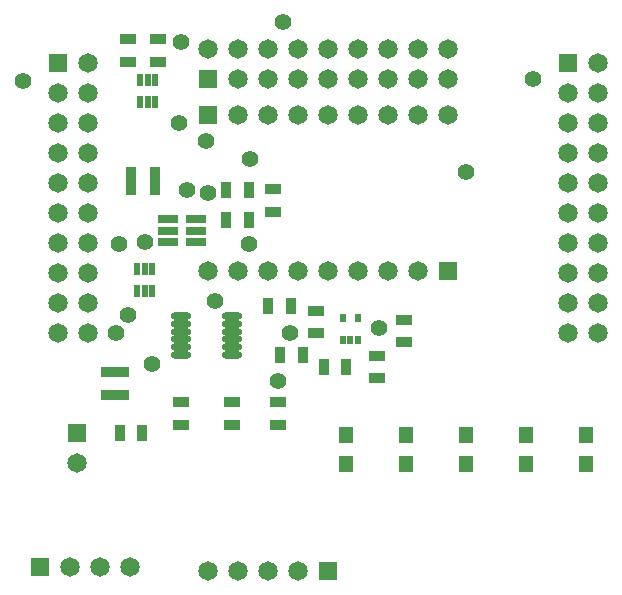
<source format=gts>
G04*
G04 #@! TF.GenerationSoftware,Altium Limited,Altium Designer,19.0.12 (326)*
G04*
G04 Layer_Color=8388736*
%FSLAX25Y25*%
%MOIN*%
G70*
G01*
G75*
%ADD25R,0.05709X0.03347*%
%ADD26R,0.09252X0.03740*%
%ADD27R,0.03347X0.05709*%
%ADD28R,0.04528X0.05709*%
%ADD29R,0.02165X0.02559*%
%ADD30R,0.02165X0.04213*%
%ADD31O,0.06890X0.02362*%
%ADD32R,0.06791X0.02791*%
%ADD33R,0.03740X0.09252*%
%ADD34C,0.06496*%
%ADD35R,0.06496X0.06496*%
%ADD36R,0.06496X0.06496*%
%ADD37C,0.05591*%
D25*
X48000Y181760D02*
D03*
Y189240D02*
D03*
X58000Y181760D02*
D03*
Y189240D02*
D03*
X140000Y95740D02*
D03*
Y88260D02*
D03*
X131000Y83740D02*
D03*
Y76260D02*
D03*
X98000Y60760D02*
D03*
Y68240D02*
D03*
X82465Y68240D02*
D03*
Y60760D02*
D03*
X65500Y60760D02*
D03*
Y68240D02*
D03*
X110638Y98740D02*
D03*
Y91260D02*
D03*
X96250Y139240D02*
D03*
Y131760D02*
D03*
D26*
X43500Y70563D02*
D03*
Y78437D02*
D03*
D27*
X120740Y80000D02*
D03*
X113260D02*
D03*
X106240Y84067D02*
D03*
X98760D02*
D03*
X94760Y100500D02*
D03*
X102240D02*
D03*
X88240Y139000D02*
D03*
X80760D02*
D03*
X88240Y129000D02*
D03*
X80760D02*
D03*
X52740Y58000D02*
D03*
X45260D02*
D03*
D28*
X120500Y57224D02*
D03*
Y47776D02*
D03*
X140500D02*
D03*
Y57224D02*
D03*
X160500D02*
D03*
Y47776D02*
D03*
X180500Y57224D02*
D03*
Y47776D02*
D03*
X200500Y57224D02*
D03*
Y47776D02*
D03*
D29*
X119441Y96480D02*
D03*
X124559D02*
D03*
Y89000D02*
D03*
X122000D02*
D03*
X119441D02*
D03*
D30*
X53500Y105260D02*
D03*
X50941D02*
D03*
Y112740D02*
D03*
X53500D02*
D03*
X56059D02*
D03*
Y105260D02*
D03*
X54500Y168260D02*
D03*
X51941D02*
D03*
Y175740D02*
D03*
X54500D02*
D03*
X57059D02*
D03*
Y168260D02*
D03*
D31*
X65535Y96898D02*
D03*
Y94339D02*
D03*
Y91780D02*
D03*
Y89220D02*
D03*
Y86661D02*
D03*
Y84102D02*
D03*
X82465Y96898D02*
D03*
Y94339D02*
D03*
Y91780D02*
D03*
Y89220D02*
D03*
Y86661D02*
D03*
Y84102D02*
D03*
D32*
X61400Y129240D02*
D03*
Y125500D02*
D03*
Y121760D02*
D03*
X70600D02*
D03*
Y125500D02*
D03*
Y129240D02*
D03*
D33*
X49063Y142000D02*
D03*
X56937D02*
D03*
D34*
X144500Y112000D02*
D03*
X74500D02*
D03*
X84500D02*
D03*
X94500D02*
D03*
X104500D02*
D03*
X114500D02*
D03*
X124500D02*
D03*
X134500D02*
D03*
X84500Y176000D02*
D03*
X94500D02*
D03*
X104500D02*
D03*
X114500D02*
D03*
X124500D02*
D03*
X134500D02*
D03*
X144500D02*
D03*
X154500D02*
D03*
X74500Y186000D02*
D03*
X84500D02*
D03*
X94500D02*
D03*
X104500D02*
D03*
X114500D02*
D03*
X124500D02*
D03*
X134500D02*
D03*
X144500D02*
D03*
X154500D02*
D03*
X84500Y164000D02*
D03*
X154500D02*
D03*
X144500D02*
D03*
X134500D02*
D03*
X124500D02*
D03*
X114500D02*
D03*
X104500D02*
D03*
X94500D02*
D03*
X194500Y171500D02*
D03*
Y161500D02*
D03*
Y151500D02*
D03*
Y141500D02*
D03*
Y131500D02*
D03*
Y121500D02*
D03*
Y111500D02*
D03*
Y101500D02*
D03*
Y91500D02*
D03*
X204500Y181500D02*
D03*
Y171500D02*
D03*
Y161500D02*
D03*
Y151500D02*
D03*
Y141500D02*
D03*
Y131500D02*
D03*
Y121500D02*
D03*
Y111500D02*
D03*
Y101500D02*
D03*
Y91500D02*
D03*
X24500Y171500D02*
D03*
Y161500D02*
D03*
Y151500D02*
D03*
Y141500D02*
D03*
Y131500D02*
D03*
Y121500D02*
D03*
Y111500D02*
D03*
Y101500D02*
D03*
Y91500D02*
D03*
X34500Y181500D02*
D03*
Y171500D02*
D03*
Y161500D02*
D03*
Y151500D02*
D03*
Y141500D02*
D03*
Y131500D02*
D03*
Y121500D02*
D03*
Y111500D02*
D03*
Y101500D02*
D03*
Y91500D02*
D03*
X31000Y48000D02*
D03*
X74500Y12000D02*
D03*
X84500D02*
D03*
X94500D02*
D03*
X104500D02*
D03*
X48500Y13500D02*
D03*
X38500D02*
D03*
X28500D02*
D03*
D35*
X154500Y112000D02*
D03*
X74500Y176000D02*
D03*
Y164000D02*
D03*
X114500Y12000D02*
D03*
X18500Y13500D02*
D03*
D36*
X194500Y181500D02*
D03*
X24500D02*
D03*
X31000Y58000D02*
D03*
D37*
X65500Y188500D02*
D03*
X48000Y97500D02*
D03*
X131500Y93000D02*
D03*
X102000Y91500D02*
D03*
X74500Y138000D02*
D03*
X77000Y102000D02*
D03*
X53500Y121760D02*
D03*
X45000Y121000D02*
D03*
X88240D02*
D03*
X160500Y145000D02*
D03*
X44000Y91260D02*
D03*
X183000Y176000D02*
D03*
X13000Y175250D02*
D03*
X65000Y161500D02*
D03*
X88500Y149500D02*
D03*
X99500Y195000D02*
D03*
X74000Y155500D02*
D03*
X67500Y139000D02*
D03*
X98000Y75500D02*
D03*
X56000Y81000D02*
D03*
M02*

</source>
